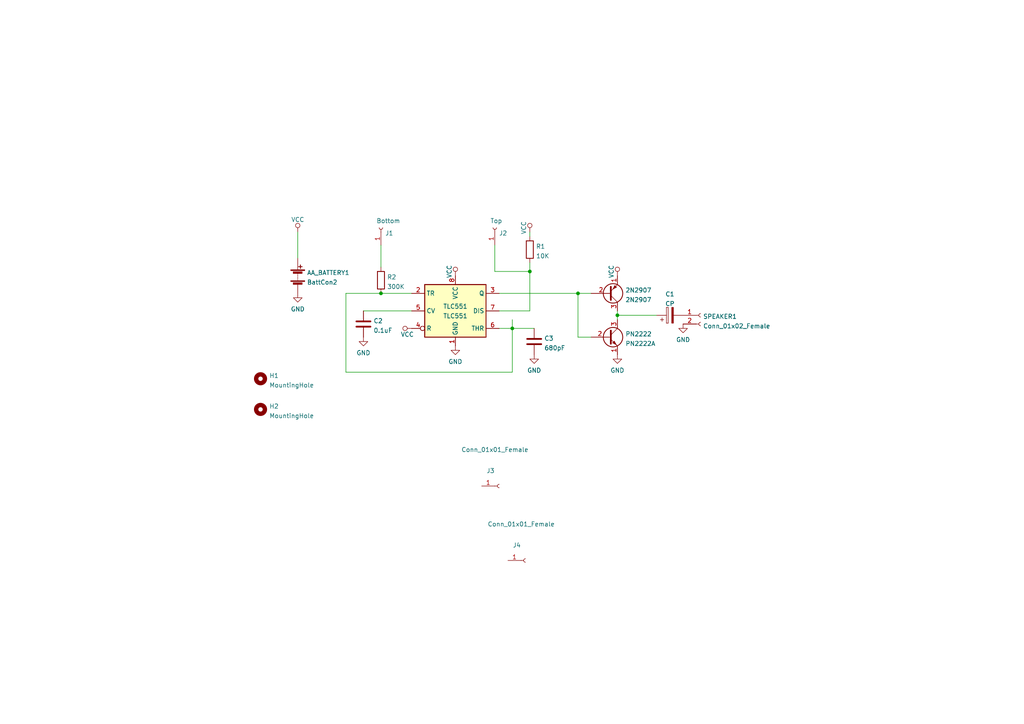
<source format=kicad_sch>
(kicad_sch (version 20210621) (generator eeschema)
  (paper "A4")
  (title_block (title "Drawdio for Bitraf") (date "2021-12-29") (rev "1.1") (company "Bitraf (CC BY-SA 3.0)") (comment 1 "Adaption for Bitraf by Jensa") (comment 2 "group at the MIT Media Lab (CC BY-SA 3.0)") (comment 3 "Based on work by Jay Silver in the Lifelong Kindergarten"))
  (lib_symbols
    (symbol "Connector:Conn_01x01_Female" (pin_names (offset 1.016) hide)
      (property "Reference" "J" (at 0 2.54 0))
      (property "Value" "Conn_01x01_Female" (at 0 -2.54 0))
      (symbol "Conn_01x01_Female_1_1"
        (polyline (pts (xy -1.27 0) (xy -0.508 0)) (stroke (width 0.1524)))
        (arc (start 0 0.508) (mid -0.508 0) (end 0 -0.508) (stroke (width 0.1524)))
        (pin passive line (at -5.08 0 0) (length 3.81) (name "Pin_1") (number "1"))
      )
    )
    (symbol "Connector:Conn_01x02_Female" (pin_names (offset 1.016) hide)
      (property "Reference" "J" (at 0 2.54 0))
      (property "Value" "Conn_01x02_Female" (at 0 -5.08 0))
      (symbol "Conn_01x02_Female_1_1"
        (arc (start 0 -2.032) (mid -0.508 -2.54) (end 0 -3.048) (stroke (width 0.1524)))
        (polyline (pts (xy -1.27 -2.54) (xy -0.508 -2.54)) (stroke (width 0.1524)))
        (polyline (pts (xy -1.27 0) (xy -0.508 0)) (stroke (width 0.1524)))
        (arc (start 0 0.508) (mid -0.508 0) (end 0 -0.508) (stroke (width 0.1524)))
        (pin passive line (at -5.08 0 0) (length 3.81) (name "Pin_1") (number "1"))
        (pin passive line (at -5.08 -2.54 0) (length 3.81) (name "Pin_2") (number "2"))
      )
    )
    (symbol "Device:Battery" (pin_numbers hide) (pin_names (offset 0) hide)
      (property "Reference" "BT" (at 2.54 2.54 0))
      (property "Value" "Battery" (at 2.54 0 0))
      (symbol "Battery_0_1"
        (rectangle (start -2.032 -1.397) (end 2.032 -1.651) (fill (type outline)))
        (rectangle (start -2.032 1.778) (end 2.032 1.524) (fill (type outline)))
        (rectangle (start -1.3208 -1.9812) (end 1.27 -2.4892) (fill (type outline)))
        (rectangle (start -1.3208 1.1938) (end 1.27 0.6858) (fill (type outline)))
        (polyline (pts (xy 0 -1.524) (xy 0 -1.27)))
        (polyline (pts (xy 0 -1.016) (xy 0 -0.762)))
        (polyline (pts (xy 0 -0.508) (xy 0 -0.254)))
        (polyline (pts (xy 0 0) (xy 0 0.254)))
        (polyline (pts (xy 0 0.508) (xy 0 0.762)))
        (polyline (pts (xy 0 1.778) (xy 0 2.54)))
        (polyline (pts (xy 0.254 2.667) (xy 1.27 2.667)) (stroke (width 0.254)))
        (polyline (pts (xy 0.762 3.175) (xy 0.762 2.159)) (stroke (width 0.254)))
      )
      (symbol "Battery_1_1"
        (pin passive line (at 0 5.08 270) (length 2.54) (name "+") (number "1"))
        (pin passive line (at 0 -5.08 90) (length 2.54) (name "-") (number "2"))
      )
    )
    (symbol "Device:C" (pin_numbers hide) (pin_names (offset 0.254))
      (property "Reference" "C" (at 0.635 2.54 0))
      (property "Value" "C" (at 0.635 -2.54 0))
      (symbol "C_0_1"
        (polyline (pts (xy -2.032 -0.762) (xy 2.032 -0.762)) (stroke (width 0.508)))
        (polyline (pts (xy -2.032 0.762) (xy 2.032 0.762)) (stroke (width 0.508)))
      )
      (symbol "C_1_1"
        (pin passive line (at 0 3.81 270) (length 2.794) (name "~") (number "1"))
        (pin passive line (at 0 -3.81 90) (length 2.794) (name "~") (number "2"))
      )
    )
    (symbol "Device:CP" (pin_numbers hide) (pin_names (offset 0.254))
      (property "Reference" "C" (at 0.635 2.54 0))
      (property "Value" "CP" (at 0.635 -2.54 0))
      (symbol "CP_0_1"
        (rectangle (start -2.286 0.508) (end -2.286 1.016))
        (rectangle (start -2.286 0.508) (end 2.286 0.508))
        (polyline (pts (xy -1.778 2.286) (xy -0.762 2.286)))
        (polyline (pts (xy -1.27 2.794) (xy -1.27 1.778)))
        (rectangle (start 2.286 -0.508) (end -2.286 -1.016) (fill (type outline)))
        (rectangle (start 2.286 1.016) (end -2.286 1.016))
        (rectangle (start 2.286 1.016) (end 2.286 0.508))
      )
      (symbol "CP_1_1"
        (pin passive line (at 0 3.81 270) (length 2.794) (name "~") (number "1"))
        (pin passive line (at 0 -3.81 90) (length 2.794) (name "~") (number "2"))
      )
    )
    (symbol "Device:R" (pin_numbers hide) (pin_names (offset 0))
      (property "Reference" "R" (at 2.032 0 90))
      (property "Value" "R" (at 0 0 90))
      (symbol "R_0_1"
        (rectangle (start -1.016 -2.54) (end 1.016 2.54) (stroke (width 0.254)))
      )
      (symbol "R_1_1"
        (pin passive line (at 0 3.81 270) (length 1.27) (name "~") (number "1"))
        (pin passive line (at 0 -3.81 90) (length 1.27) (name "~") (number "2"))
      )
    )
    (symbol "Mechanical:MountingHole" (pin_names (offset 1.016))
      (property "Reference" "H" (at 0 5.08 0))
      (property "Value" "MountingHole" (at 0 3.175 0))
      (symbol "MountingHole_0_1"
        (circle (center 0 0) (radius 1.27) (stroke (width 1.27)) (stroke (width 1.27)))
      )
    )
    (symbol "Timer:NE555"
      (property "Reference" "U" (at -10.16 8.89 0))
      (property "Value" "NE555" (at 2.54 8.89 0))
      (symbol "NE555_0_0"
        (pin power_in line (at 0 -10.16 90) (length 2.54) (name "GND") (number "1"))
        (pin power_in line (at 0 10.16 270) (length 2.54) (name "VCC") (number "8"))
      )
      (symbol "NE555_0_1"
        (rectangle (start -8.89 -7.62) (end 8.89 7.62) (stroke (width 0.254)) (fill (type background)))
        (rectangle (start -8.89 -7.62) (end 8.89 7.62) (stroke (width 0.254)) (fill (type background)))
      )
      (symbol "NE555_1_1"
        (pin input line (at -12.7 5.08 0) (length 3.81) (name "TR") (number "2"))
        (pin output line (at 12.7 5.08 180) (length 3.81) (name "Q") (number "3"))
        (pin input inverted (at -12.7 -5.08 0) (length 3.81) (name "R") (number "4"))
        (pin input line (at -12.7 0 0) (length 3.81) (name "CV") (number "5"))
        (pin input line (at 12.7 -5.08 180) (length 3.81) (name "THR") (number "6"))
        (pin input line (at 12.7 0 180) (length 3.81) (name "DIS") (number "7"))
      )
    )
    (symbol "Transistor_BJT:2N3905" (pin_names (offset 0) hide)
      (property "Reference" "Q" (at 5.08 1.905 0))
      (property "Value" "2N3905" (at 5.08 0 0))
      (symbol "2N3905_0_1"
        (polyline (pts (xy 0.635 0.635) (xy 2.54 2.54)))
        (polyline (pts (xy 0.635 -0.635) (xy 2.54 -2.54) (xy 2.54 -2.54)))
        (polyline (pts (xy 0.635 1.905) (xy 0.635 -1.905) (xy 0.635 -1.905)) (stroke (width 0.508)))
        (polyline (pts (xy 2.286 -1.778) (xy 1.778 -2.286) (xy 1.27 -1.27) (xy 2.286 -1.778) (xy 2.286 -1.778)) (fill (type outline)))
        (circle (center 1.27 0) (radius 2.8194) (stroke (width 0.254)) (stroke (width 0.254)))
      )
      (symbol "2N3905_1_1"
        (pin passive line (at 2.54 -5.08 90) (length 2.54) (name "E") (number "1"))
        (pin input line (at -5.08 0 0) (length 5.715) (name "B") (number "2"))
        (pin passive line (at 2.54 5.08 270) (length 2.54) (name "C") (number "3"))
      )
    )
    (symbol "Transistor_BJT:PN2222A" (pin_names (offset 0) hide)
      (property "Reference" "Q" (at 5.08 1.905 0))
      (property "Value" "PN2222A" (at 5.08 0 0))
      (symbol "PN2222A_0_1"
        (polyline (pts (xy 0 0) (xy 0.635 0)))
        (polyline (pts (xy 2.54 -2.54) (xy 0.635 -0.635)))
        (polyline (pts (xy 2.54 2.54) (xy 0.635 0.635)))
        (polyline (pts (xy 0.635 1.905) (xy 0.635 -1.905) (xy 0.635 -1.905)) (stroke (width 0.508)))
        (polyline (pts (xy 2.413 -2.413) (xy 1.905 -1.905) (xy 1.905 -1.905)))
        (polyline (pts (xy 1.143 -1.651) (xy 1.651 -1.143) (xy 2.159 -2.159) (xy 1.143 -1.651) (xy 1.143 -1.651)) (fill (type outline)))
        (circle (center 1.27 0) (radius 2.8194) (stroke (width 0.254)) (stroke (width 0.254)))
      )
      (symbol "PN2222A_1_1"
        (pin passive line (at 2.54 -5.08 90) (length 2.54) (name "E") (number "1"))
        (pin input line (at -5.08 0 0) (length 5.08) (name "B") (number "2"))
        (pin passive line (at 2.54 5.08 270) (length 2.54) (name "C") (number "3"))
      )
    )
    (symbol "power:GND" (power) (pin_names (offset 0))
      (property "Value" "GND" (at 0 -3.81 0))
      (symbol "GND_0_1"
        (polyline (pts (xy 0 0) (xy 0 -1.27) (xy 1.27 -1.27) (xy 0 -2.54) (xy -1.27 -1.27) (xy 0 -1.27)))
      )
      (symbol "GND_1_1"
        (pin power_in line (at 0 0 270) (length 0) hide (name "GND") (number "1"))
      )
    )
    (symbol "power:VCC" (power) (pin_names (offset 0))
      (property "Value" "VCC" (at 0 3.81 0))
      (symbol "VCC_0_1"
        (polyline (pts (xy 0 0) (xy 0 1.27)))
        (circle (center 0 1.905) (radius 0.635))
      )
      (symbol "VCC_1_1"
        (pin power_in line (at 0 0 90) (length 0) hide (name "VCC") (number "1"))
      )
    )
  )
  (junction (at 110.49 85.09))
  (junction (at 148.59 95.25))
  (junction (at 153.67 78.74))
  (junction (at 167.64 85.09))
  (junction (at 179.07 91.44))
  (wire (pts (xy 86.36 67.31) (xy 86.36 74.93)))
  (wire (pts (xy 100.33 85.09) (xy 110.49 85.09)))
  (wire (pts (xy 100.33 107.95) (xy 100.33 85.09)))
  (wire (pts (xy 105.41 90.17) (xy 119.38 90.17)))
  (wire (pts (xy 110.49 71.12) (xy 110.49 77.47)))
  (wire (pts (xy 110.49 85.09) (xy 119.38 85.09)))
  (wire (pts (xy 143.51 71.12) (xy 143.51 78.74)))
  (wire (pts (xy 144.78 85.09) (xy 167.64 85.09)))
  (wire (pts (xy 144.78 90.17) (xy 153.67 90.17)))
  (wire (pts (xy 144.78 95.25) (xy 148.59 95.25)))
  (wire (pts (xy 148.59 92.71) (xy 148.59 95.25)))
  (wire (pts (xy 148.59 95.25) (xy 148.59 107.95)))
  (wire (pts (xy 148.59 95.25) (xy 154.94 95.25)))
  (wire (pts (xy 148.59 107.95) (xy 100.33 107.95)))
  (wire (pts (xy 153.67 68.58) (xy 153.67 67.31)))
  (wire (pts (xy 153.67 78.74) (xy 143.51 78.74)))
  (wire (pts (xy 153.67 78.74) (xy 153.67 76.2)))
  (wire (pts (xy 153.67 90.17) (xy 153.67 78.74)))
  (wire (pts (xy 167.64 85.09) (xy 171.45 85.09)))
  (wire (pts (xy 167.64 97.79) (xy 167.64 85.09)))
  (wire (pts (xy 171.45 97.79) (xy 167.64 97.79)))
  (wire (pts (xy 179.07 91.44) (xy 179.07 90.17)))
  (wire (pts (xy 179.07 91.44) (xy 179.07 92.71)))
  (wire (pts (xy 190.5 91.44) (xy 179.07 91.44)))
  (symbol (lib_id "power:VCC") (at 86.36 67.31 0) (unit 1)
    (property "Reference" "#PWR02" (effects hide))
    (property "Value" "VCC" (at 86.36 63.7055 0))
  )
  (symbol (lib_id "power:VCC") (at 119.38 95.25 90) (unit 1)
    (property "Reference" "#PWR07" (effects hide))
    (property "Value" "VCC" (at 116.205 96.999 90) (effects (justify right)))
  )
  (symbol (lib_id "power:VCC") (at 132.08 80.01 0) (unit 1)
    (property "Reference" "#PWR03" (effects hide))
    (property "Value" "VCC" (at 130.331 76.835 90) (effects (justify right)))
  )
  (symbol (lib_id "power:VCC") (at 153.67 67.31 0) (unit 1)
    (property "Reference" "#PWR01" (effects hide))
    (property "Value" "VCC" (at 151.921 64.135 90) (effects (justify right)))
  )
  (symbol (lib_id "power:VCC") (at 179.07 80.01 0) (unit 1)
    (property "Reference" "#PWR04" (effects hide))
    (property "Value" "VCC" (at 177.321 76.835 90) (effects (justify right)))
  )
  (symbol (lib_id "Connector:Conn_01x01_Female") (at 110.49 66.04 90) (unit 1)
    (property "Reference" "J1" (at 111.7092 67.6334 90) (effects (justify right)))
    (property "Value" "Bottom" (at 109.1692 64.0585 90) (effects (justify right)))
    (property "Footprint" "BitrafSmdKit2:DrawdioPad" (effects hide))
  )
  (symbol (lib_id "Connector:Conn_01x01_Female") (at 143.51 66.04 90) (unit 1)
    (property "Reference" "J2" (at 144.7292 67.6334 90) (effects (justify right)))
    (property "Value" "Top" (at 142.1892 64.0585 90) (effects (justify right)))
    (property "Footprint" "BitrafSmdKit2:DrawdioPad" (effects hide))
  )
  (symbol (lib_id "Connector:Conn_01x01_Female") (at 144.78 140.97 0) (unit 1)
    (property "Reference" "J3" (at 142.278 136.5463 0))
    (property "Value" "Conn_01x01_Female" (at 143.548 130.4314 0))
    (property "Footprint" "BitrafSmdKit2:Bitraf_Logo_31_x_12_mm" (effects hide))
  )
  (symbol (lib_id "Connector:Conn_01x01_Female") (at 152.4 162.56 0) (unit 1)
    (property "Reference" "J4" (at 149.898 158.1363 0))
    (property "Value" "Conn_01x01_Female" (at 151.168 152.0214 0))
    (property "Footprint" "BitrafSmdKit2:Bitraf_logo_3.0_x_7.5_mm" (effects hide))
  )
  (symbol (lib_id "power:GND") (at 86.36 85.09 0) (unit 1)
    (property "Reference" "#PWR05" (effects hide))
    (property "Value" "GND" (at 86.36 89.6524 0))
  )
  (symbol (lib_id "power:GND") (at 105.41 97.79 0) (unit 1)
    (property "Reference" "#PWR08" (effects hide))
    (property "Value" "GND" (at 105.41 102.3524 0))
  )
  (symbol (lib_id "power:GND") (at 132.08 100.33 0) (unit 1)
    (property "Reference" "#PWR09" (effects hide))
    (property "Value" "GND" (at 132.08 104.8924 0))
  )
  (symbol (lib_id "power:GND") (at 154.94 102.87 0) (unit 1)
    (property "Reference" "#PWR010" (effects hide))
    (property "Value" "GND" (at 154.94 107.4324 0))
  )
  (symbol (lib_id "power:GND") (at 179.07 102.87 0) (unit 1)
    (property "Reference" "#PWR011" (effects hide))
    (property "Value" "GND" (at 179.07 107.4324 0))
  )
  (symbol (lib_id "power:GND") (at 198.12 93.98 0) (unit 1)
    (property "Reference" "#PWR06" (effects hide))
    (property "Value" "GND" (at 198.12 98.5424 0))
  )
  (symbol (lib_id "Mechanical:MountingHole") (at 75.565 109.855 0) (unit 1)
    (property "Reference" "H1" (at 78.105 108.9465 0) (effects (justify left)))
    (property "Value" "MountingHole" (at 78.105 111.7216 0) (effects (justify left)))
    (property "Footprint" "BitrafSmdKit2:DrawdioStripsHole" (effects hide))
  )
  (symbol (lib_id "Mechanical:MountingHole") (at 75.565 118.745 0) (unit 1)
    (property "Reference" "H2" (at 78.105 117.8365 0) (effects (justify left)))
    (property "Value" "MountingHole" (at 78.105 120.6116 0) (effects (justify left)))
    (property "Footprint" "BitrafSmdKit2:DrawdioStripsHole" (effects hide))
  )
  (symbol (lib_id "Device:R") (at 110.49 81.28 0) (unit 1)
    (property "Reference" "R2" (at 112.268 80.3715 0) (effects (justify left)))
    (property "Value" "300K" (at 112.268 83.1466 0) (effects (justify left)))
    (property "Footprint" "Resistor_THT:R_Axial_DIN0207_L6.3mm_D2.5mm_P10.16mm_Horizontal" (effects hide))
    (property "MFGR" "TE" (effects hide))
    (property "MPN" "RR01J300KTB" (effects hide))
  )
  (symbol (lib_id "Device:R") (at 153.67 72.39 0) (unit 1)
    (property "Reference" "R1" (at 155.448 71.4815 0) (effects (justify left)))
    (property "Value" "10K" (at 155.448 74.2566 0) (effects (justify left)))
    (property "Footprint" "Resistor_THT:R_Axial_DIN0207_L6.3mm_D2.5mm_P5.08mm_Vertical" (effects hide))
    (property "MFGR" "YAGEO" (effects hide))
    (property "MPN" "CFR-12JB-52-10K" (effects hide))
  )
  (symbol (lib_id "Connector:Conn_01x02_Female") (at 203.2 91.44 0) (unit 1)
    (property "Reference" "SPEAKER1" (at 203.9112 91.8015 0) (effects (justify left)))
    (property "Value" "Conn_01x02_Female" (at 203.9112 94.5766 0) (effects (justify left)))
    (property "Footprint" "BitrafSmdKit2:DrawdioSpeaker" (effects hide))
    (property "MFGR" "CUI Devices" (effects hide))
    (property "MPN" "CMS-160925-078S-67" (effects hide))
  )
  (symbol (lib_id "Device:C") (at 105.41 93.98 0) (unit 1)
    (property "Reference" "C2" (at 108.331 93.0715 0) (effects (justify left)))
    (property "Value" "0.1uF" (at 108.331 95.8466 0) (effects (justify left)))
    (property "Footprint" "Capacitor_THT:C_Disc_D3.8mm_W2.6mm_P2.50mm" (effects hide))
    (property "MFGR" "Vishay" (effects hide))
    (property "MPN" "K104K10X7RF5UH5" (effects hide))
  )
  (symbol (lib_id "Device:C") (at 154.94 99.06 0) (unit 1)
    (property "Reference" "C3" (at 157.861 98.1515 0) (effects (justify left)))
    (property "Value" "680pF" (at 157.861 100.9266 0) (effects (justify left)))
    (property "Footprint" "Capacitor_THT:C_Disc_D3.8mm_W2.6mm_P2.50mm" (effects hide))
    (property "MFGR" "TDK Corporation" (effects hide))
    (property "MPN" "FA18C0G1H681JNU00" (effects hide))
  )
  (symbol (lib_id "Device:CP") (at 194.31 91.44 90) (unit 1)
    (property "Reference" "C1" (at 194.31 85.3145 90))
    (property "Value" "CP" (at 194.31 88.0896 90))
    (property "Footprint" "Capacitor_THT:CP_Radial_D5.0mm_P2.00mm" (effects hide))
    (property "MFGR" "Rubycon" (effects hide))
    (property "MPN" "6.3MS7100MEFCTZ5X7" (effects hide))
  )
  (symbol (lib_id "Device:Battery") (at 86.36 80.01 0) (unit 1)
    (property "Reference" "AA_BATTERY1" (at 89.027 79.1015 0) (effects (justify left)))
    (property "Value" "BattCon2" (at 89.027 81.8766 0) (effects (justify left)))
    (property "Footprint" "BitrafSmdKit2:DrawdioBatteryHolderAA" (effects hide))
    (property "MFGR" "MPD" (effects hide))
    (property "MPN" "BK92 (x2)" (effects hide))
  )
  (symbol (lib_id "Transistor_BJT:2N3905") (at 176.53 85.09 0) (mirror x) (unit 1)
    (property "Reference" "2N2907" (at 181.3814 84.1815 0) (effects (justify left)))
    (property "Value" "2N2907" (at 181.3814 86.9566 0) (effects (justify left)))
    (property "Footprint" "Package_TO_SOT_THT:TO-92_Inline_Wide" (effects hide))
    (property "Datasheet" "https://www.fairchildsemi.com/datasheets/2N/2N3905.pdf" (effects hide))
    (property "MFGR" "Onsemi" (effects hide))
    (property "MPN" "PN2907ATF" (effects hide))
  )
  (symbol (lib_id "Transistor_BJT:PN2222A") (at 176.53 97.79 0) (unit 1)
    (property "Reference" "PN2222" (at 181.3814 96.8815 0) (effects (justify left)))
    (property "Value" "PN2222A" (at 181.3814 99.6566 0) (effects (justify left)))
    (property "Footprint" "Package_TO_SOT_THT:TO-92_Inline_Wide" (effects hide))
    (property "Datasheet" "http://www.fairchildsemi.com/ds/PN/PN2222A.pdf" (effects hide))
    (property "MFGR" "Onsemi" (effects hide))
    (property "MPN" "PN2222ATF" (effects hide))
  )
  (symbol (lib_id "Timer:NE555") (at 132.08 90.17 0) (unit 1)
    (property "Reference" "TLC551" (at 132.08 88.8704 0))
    (property "Value" "TLC551" (at 132.08 91.6455 0))
    (property "Footprint" "Package_DIP:DIP-8_W7.62mm_Socket_LongPads" (effects hide))
    (property "MFGR" "Texas Instruments" (effects hide))
    (property "MPN" "TLC551CP" (effects hide))
  )
)
</source>
